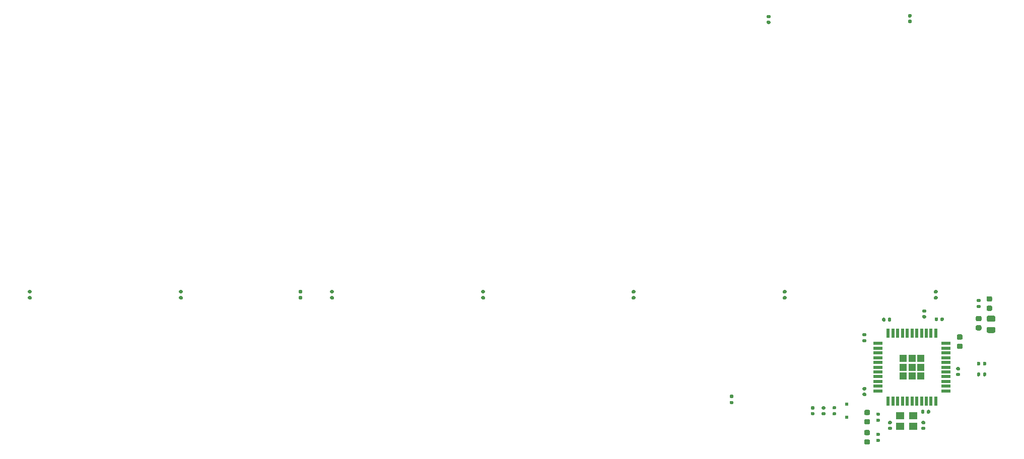
<source format=gbp>
G04 #@! TF.GenerationSoftware,KiCad,Pcbnew,(5.1.10)-1*
G04 #@! TF.CreationDate,2021-09-06T17:19:25-07:00*
G04 #@! TF.ProjectId,TBM930 - De-ice panel,54424d39-3330-4202-9d20-44652d696365,rev?*
G04 #@! TF.SameCoordinates,Original*
G04 #@! TF.FileFunction,Paste,Bot*
G04 #@! TF.FilePolarity,Positive*
%FSLAX46Y46*%
G04 Gerber Fmt 4.6, Leading zero omitted, Abs format (unit mm)*
G04 Created by KiCad (PCBNEW (5.1.10)-1) date 2021-09-06 17:19:25*
%MOMM*%
%LPD*%
G01*
G04 APERTURE LIST*
%ADD10R,0.500000X0.500000*%
%ADD11R,1.400000X1.200000*%
%ADD12R,1.500000X0.550000*%
%ADD13R,0.550000X1.500000*%
%ADD14R,1.160000X1.160000*%
G04 APERTURE END LIST*
D10*
X194470000Y-132377000D03*
X194470000Y-134577000D03*
D11*
X203456000Y-134349500D03*
X205656000Y-134349500D03*
X205656000Y-136049500D03*
X203456000Y-136049500D03*
G36*
G01*
X216420000Y-119070000D02*
X216920000Y-119070000D01*
G75*
G02*
X217145000Y-119295000I0J-225000D01*
G01*
X217145000Y-119745000D01*
G75*
G02*
X216920000Y-119970000I-225000J0D01*
G01*
X216420000Y-119970000D01*
G75*
G02*
X216195000Y-119745000I0J225000D01*
G01*
X216195000Y-119295000D01*
G75*
G02*
X216420000Y-119070000I225000J0D01*
G01*
G37*
G36*
G01*
X216420000Y-117520000D02*
X216920000Y-117520000D01*
G75*
G02*
X217145000Y-117745000I0J-225000D01*
G01*
X217145000Y-118195000D01*
G75*
G02*
X216920000Y-118420000I-225000J0D01*
G01*
X216420000Y-118420000D01*
G75*
G02*
X216195000Y-118195000I0J225000D01*
G01*
X216195000Y-117745000D01*
G75*
G02*
X216420000Y-117520000I225000J0D01*
G01*
G37*
G36*
G01*
X201600000Y-136145000D02*
X201940000Y-136145000D01*
G75*
G02*
X202080000Y-136285000I0J-140000D01*
G01*
X202080000Y-136565000D01*
G75*
G02*
X201940000Y-136705000I-140000J0D01*
G01*
X201600000Y-136705000D01*
G75*
G02*
X201460000Y-136565000I0J140000D01*
G01*
X201460000Y-136285000D01*
G75*
G02*
X201600000Y-136145000I140000J0D01*
G01*
G37*
G36*
G01*
X201600000Y-135185000D02*
X201940000Y-135185000D01*
G75*
G02*
X202080000Y-135325000I0J-140000D01*
G01*
X202080000Y-135605000D01*
G75*
G02*
X201940000Y-135745000I-140000J0D01*
G01*
X201600000Y-135745000D01*
G75*
G02*
X201460000Y-135605000I0J140000D01*
G01*
X201460000Y-135325000D01*
G75*
G02*
X201600000Y-135185000I140000J0D01*
G01*
G37*
G36*
G01*
X207540000Y-136705000D02*
X207200000Y-136705000D01*
G75*
G02*
X207060000Y-136565000I0J140000D01*
G01*
X207060000Y-136285000D01*
G75*
G02*
X207200000Y-136145000I140000J0D01*
G01*
X207540000Y-136145000D01*
G75*
G02*
X207680000Y-136285000I0J-140000D01*
G01*
X207680000Y-136565000D01*
G75*
G02*
X207540000Y-136705000I-140000J0D01*
G01*
G37*
G36*
G01*
X207540000Y-135745000D02*
X207200000Y-135745000D01*
G75*
G02*
X207060000Y-135605000I0J140000D01*
G01*
X207060000Y-135325000D01*
G75*
G02*
X207200000Y-135185000I140000J0D01*
G01*
X207540000Y-135185000D01*
G75*
G02*
X207680000Y-135325000I0J-140000D01*
G01*
X207680000Y-135605000D01*
G75*
G02*
X207540000Y-135745000I-140000J0D01*
G01*
G37*
G36*
G01*
X218282500Y-117485500D02*
X219232500Y-117485500D01*
G75*
G02*
X219482500Y-117735500I0J-250000D01*
G01*
X219482500Y-118235500D01*
G75*
G02*
X219232500Y-118485500I-250000J0D01*
G01*
X218282500Y-118485500D01*
G75*
G02*
X218032500Y-118235500I0J250000D01*
G01*
X218032500Y-117735500D01*
G75*
G02*
X218282500Y-117485500I250000J0D01*
G01*
G37*
G36*
G01*
X218282500Y-119385500D02*
X219232500Y-119385500D01*
G75*
G02*
X219482500Y-119635500I0J-250000D01*
G01*
X219482500Y-120135500D01*
G75*
G02*
X219232500Y-120385500I-250000J0D01*
G01*
X218282500Y-120385500D01*
G75*
G02*
X218032500Y-120135500I0J250000D01*
G01*
X218032500Y-119635500D01*
G75*
G02*
X218282500Y-119385500I250000J0D01*
G01*
G37*
G36*
G01*
X213745000Y-123070000D02*
X213245000Y-123070000D01*
G75*
G02*
X213020000Y-122845000I0J225000D01*
G01*
X213020000Y-122395000D01*
G75*
G02*
X213245000Y-122170000I225000J0D01*
G01*
X213745000Y-122170000D01*
G75*
G02*
X213970000Y-122395000I0J-225000D01*
G01*
X213970000Y-122845000D01*
G75*
G02*
X213745000Y-123070000I-225000J0D01*
G01*
G37*
G36*
G01*
X213745000Y-121520000D02*
X213245000Y-121520000D01*
G75*
G02*
X213020000Y-121295000I0J225000D01*
G01*
X213020000Y-120845000D01*
G75*
G02*
X213245000Y-120620000I225000J0D01*
G01*
X213745000Y-120620000D01*
G75*
G02*
X213970000Y-120845000I0J-225000D01*
G01*
X213970000Y-121295000D01*
G75*
G02*
X213745000Y-121520000I-225000J0D01*
G01*
G37*
D12*
X211170000Y-122145000D03*
X211170000Y-122945000D03*
X211170000Y-123745000D03*
X211170000Y-124545000D03*
X211170000Y-125345000D03*
X211170000Y-126145000D03*
X211170000Y-126945000D03*
X211170000Y-127745000D03*
X211170000Y-128545000D03*
X211170000Y-129345000D03*
X211170000Y-130145000D03*
D13*
X209470000Y-131845000D03*
X208670000Y-131845000D03*
X207870000Y-131845000D03*
X207070000Y-131845000D03*
X206270000Y-131845000D03*
X205470000Y-131845000D03*
X204670000Y-131845000D03*
X203870000Y-131845000D03*
X203070000Y-131845000D03*
X202270000Y-131845000D03*
X201470000Y-131845000D03*
D12*
X199770000Y-130145000D03*
X199770000Y-129345000D03*
X199770000Y-128545000D03*
X199770000Y-127745000D03*
X199770000Y-126945000D03*
X199770000Y-126145000D03*
X199770000Y-125345000D03*
X199770000Y-124545000D03*
X199770000Y-123745000D03*
X199770000Y-122945000D03*
X199770000Y-122145000D03*
D13*
X201470000Y-120445000D03*
X202270000Y-120445000D03*
X203070000Y-120445000D03*
X203870000Y-120445000D03*
X204670000Y-120445000D03*
X205470000Y-120445000D03*
X206270000Y-120445000D03*
X207070000Y-120445000D03*
X207870000Y-120445000D03*
X208670000Y-120445000D03*
X209470000Y-120445000D03*
D14*
X205470000Y-126145000D03*
X203970000Y-126145000D03*
X205470000Y-127645000D03*
X203970000Y-127645000D03*
X206970000Y-126145000D03*
X205470000Y-124645000D03*
X206970000Y-124645000D03*
X203970000Y-124645000D03*
X206970000Y-127645000D03*
G36*
G01*
X201420000Y-118315000D02*
X201420000Y-117975000D01*
G75*
G02*
X201560000Y-117835000I140000J0D01*
G01*
X201840000Y-117835000D01*
G75*
G02*
X201980000Y-117975000I0J-140000D01*
G01*
X201980000Y-118315000D01*
G75*
G02*
X201840000Y-118455000I-140000J0D01*
G01*
X201560000Y-118455000D01*
G75*
G02*
X201420000Y-118315000I0J140000D01*
G01*
G37*
G36*
G01*
X200460000Y-118315000D02*
X200460000Y-117975000D01*
G75*
G02*
X200600000Y-117835000I140000J0D01*
G01*
X200880000Y-117835000D01*
G75*
G02*
X201020000Y-117975000I0J-140000D01*
G01*
X201020000Y-118315000D01*
G75*
G02*
X200880000Y-118455000I-140000J0D01*
G01*
X200600000Y-118455000D01*
G75*
G02*
X200460000Y-118315000I0J140000D01*
G01*
G37*
G36*
G01*
X208530000Y-133475000D02*
X208530000Y-133815000D01*
G75*
G02*
X208390000Y-133955000I-140000J0D01*
G01*
X208110000Y-133955000D01*
G75*
G02*
X207970000Y-133815000I0J140000D01*
G01*
X207970000Y-133475000D01*
G75*
G02*
X208110000Y-133335000I140000J0D01*
G01*
X208390000Y-133335000D01*
G75*
G02*
X208530000Y-133475000I0J-140000D01*
G01*
G37*
G36*
G01*
X207570000Y-133475000D02*
X207570000Y-133815000D01*
G75*
G02*
X207430000Y-133955000I-140000J0D01*
G01*
X207150000Y-133955000D01*
G75*
G02*
X207010000Y-133815000I0J140000D01*
G01*
X207010000Y-133475000D01*
G75*
G02*
X207150000Y-133335000I140000J0D01*
G01*
X207430000Y-133335000D01*
G75*
G02*
X207570000Y-133475000I0J-140000D01*
G01*
G37*
G36*
G01*
X209846000Y-117901000D02*
X209846000Y-118241000D01*
G75*
G02*
X209706000Y-118381000I-140000J0D01*
G01*
X209426000Y-118381000D01*
G75*
G02*
X209286000Y-118241000I0J140000D01*
G01*
X209286000Y-117901000D01*
G75*
G02*
X209426000Y-117761000I140000J0D01*
G01*
X209706000Y-117761000D01*
G75*
G02*
X209846000Y-117901000I0J-140000D01*
G01*
G37*
G36*
G01*
X210806000Y-117901000D02*
X210806000Y-118241000D01*
G75*
G02*
X210666000Y-118381000I-140000J0D01*
G01*
X210386000Y-118381000D01*
G75*
G02*
X210246000Y-118241000I0J140000D01*
G01*
X210246000Y-117901000D01*
G75*
G02*
X210386000Y-117761000I140000J0D01*
G01*
X210666000Y-117761000D01*
G75*
G02*
X210806000Y-117901000I0J-140000D01*
G01*
G37*
G36*
G01*
X197300000Y-129479500D02*
X197640000Y-129479500D01*
G75*
G02*
X197780000Y-129619500I0J-140000D01*
G01*
X197780000Y-129899500D01*
G75*
G02*
X197640000Y-130039500I-140000J0D01*
G01*
X197300000Y-130039500D01*
G75*
G02*
X197160000Y-129899500I0J140000D01*
G01*
X197160000Y-129619500D01*
G75*
G02*
X197300000Y-129479500I140000J0D01*
G01*
G37*
G36*
G01*
X197300000Y-130439500D02*
X197640000Y-130439500D01*
G75*
G02*
X197780000Y-130579500I0J-140000D01*
G01*
X197780000Y-130859500D01*
G75*
G02*
X197640000Y-130999500I-140000J0D01*
G01*
X197300000Y-130999500D01*
G75*
G02*
X197160000Y-130859500I0J140000D01*
G01*
X197160000Y-130579500D01*
G75*
G02*
X197300000Y-130439500I140000J0D01*
G01*
G37*
G36*
G01*
X207701000Y-117934500D02*
X207361000Y-117934500D01*
G75*
G02*
X207221000Y-117794500I0J140000D01*
G01*
X207221000Y-117514500D01*
G75*
G02*
X207361000Y-117374500I140000J0D01*
G01*
X207701000Y-117374500D01*
G75*
G02*
X207841000Y-117514500I0J-140000D01*
G01*
X207841000Y-117794500D01*
G75*
G02*
X207701000Y-117934500I-140000J0D01*
G01*
G37*
G36*
G01*
X207701000Y-116974500D02*
X207361000Y-116974500D01*
G75*
G02*
X207221000Y-116834500I0J140000D01*
G01*
X207221000Y-116554500D01*
G75*
G02*
X207361000Y-116414500I140000J0D01*
G01*
X207701000Y-116414500D01*
G75*
G02*
X207841000Y-116554500I0J-140000D01*
G01*
X207841000Y-116834500D01*
G75*
G02*
X207701000Y-116974500I-140000J0D01*
G01*
G37*
G36*
G01*
X213050000Y-127095000D02*
X213390000Y-127095000D01*
G75*
G02*
X213530000Y-127235000I0J-140000D01*
G01*
X213530000Y-127515000D01*
G75*
G02*
X213390000Y-127655000I-140000J0D01*
G01*
X213050000Y-127655000D01*
G75*
G02*
X212910000Y-127515000I0J140000D01*
G01*
X212910000Y-127235000D01*
G75*
G02*
X213050000Y-127095000I140000J0D01*
G01*
G37*
G36*
G01*
X213050000Y-126135000D02*
X213390000Y-126135000D01*
G75*
G02*
X213530000Y-126275000I0J-140000D01*
G01*
X213530000Y-126555000D01*
G75*
G02*
X213390000Y-126695000I-140000J0D01*
G01*
X213050000Y-126695000D01*
G75*
G02*
X212910000Y-126555000I0J140000D01*
G01*
X212910000Y-126275000D01*
G75*
G02*
X213050000Y-126135000I140000J0D01*
G01*
G37*
G36*
G01*
X205276000Y-68257500D02*
X204936000Y-68257500D01*
G75*
G02*
X204796000Y-68117500I0J140000D01*
G01*
X204796000Y-67837500D01*
G75*
G02*
X204936000Y-67697500I140000J0D01*
G01*
X205276000Y-67697500D01*
G75*
G02*
X205416000Y-67837500I0J-140000D01*
G01*
X205416000Y-68117500D01*
G75*
G02*
X205276000Y-68257500I-140000J0D01*
G01*
G37*
G36*
G01*
X205276000Y-67297500D02*
X204936000Y-67297500D01*
G75*
G02*
X204796000Y-67157500I0J140000D01*
G01*
X204796000Y-66877500D01*
G75*
G02*
X204936000Y-66737500I140000J0D01*
G01*
X205276000Y-66737500D01*
G75*
G02*
X205416000Y-66877500I0J-140000D01*
G01*
X205416000Y-67157500D01*
G75*
G02*
X205276000Y-67297500I-140000J0D01*
G01*
G37*
G36*
G01*
X181540000Y-67445000D02*
X181200000Y-67445000D01*
G75*
G02*
X181060000Y-67305000I0J140000D01*
G01*
X181060000Y-67025000D01*
G75*
G02*
X181200000Y-66885000I140000J0D01*
G01*
X181540000Y-66885000D01*
G75*
G02*
X181680000Y-67025000I0J-140000D01*
G01*
X181680000Y-67305000D01*
G75*
G02*
X181540000Y-67445000I-140000J0D01*
G01*
G37*
G36*
G01*
X181540000Y-68405000D02*
X181200000Y-68405000D01*
G75*
G02*
X181060000Y-68265000I0J140000D01*
G01*
X181060000Y-67985000D01*
G75*
G02*
X181200000Y-67845000I140000J0D01*
G01*
X181540000Y-67845000D01*
G75*
G02*
X181680000Y-67985000I0J-140000D01*
G01*
X181680000Y-68265000D01*
G75*
G02*
X181540000Y-68405000I-140000J0D01*
G01*
G37*
G36*
G01*
X190420500Y-132717000D02*
X190760500Y-132717000D01*
G75*
G02*
X190900500Y-132857000I0J-140000D01*
G01*
X190900500Y-133137000D01*
G75*
G02*
X190760500Y-133277000I-140000J0D01*
G01*
X190420500Y-133277000D01*
G75*
G02*
X190280500Y-133137000I0J140000D01*
G01*
X190280500Y-132857000D01*
G75*
G02*
X190420500Y-132717000I140000J0D01*
G01*
G37*
G36*
G01*
X190420500Y-133677000D02*
X190760500Y-133677000D01*
G75*
G02*
X190900500Y-133817000I0J-140000D01*
G01*
X190900500Y-134097000D01*
G75*
G02*
X190760500Y-134237000I-140000J0D01*
G01*
X190420500Y-134237000D01*
G75*
G02*
X190280500Y-134097000I0J140000D01*
G01*
X190280500Y-133817000D01*
G75*
G02*
X190420500Y-133677000I140000J0D01*
G01*
G37*
G36*
G01*
X188600000Y-133677000D02*
X188940000Y-133677000D01*
G75*
G02*
X189080000Y-133817000I0J-140000D01*
G01*
X189080000Y-134097000D01*
G75*
G02*
X188940000Y-134237000I-140000J0D01*
G01*
X188600000Y-134237000D01*
G75*
G02*
X188460000Y-134097000I0J140000D01*
G01*
X188460000Y-133817000D01*
G75*
G02*
X188600000Y-133677000I140000J0D01*
G01*
G37*
G36*
G01*
X188600000Y-132717000D02*
X188940000Y-132717000D01*
G75*
G02*
X189080000Y-132857000I0J-140000D01*
G01*
X189080000Y-133137000D01*
G75*
G02*
X188940000Y-133277000I-140000J0D01*
G01*
X188600000Y-133277000D01*
G75*
G02*
X188460000Y-133137000I0J140000D01*
G01*
X188460000Y-132857000D01*
G75*
G02*
X188600000Y-132717000I140000J0D01*
G01*
G37*
G36*
G01*
X199585000Y-138185000D02*
X199955000Y-138185000D01*
G75*
G02*
X200090000Y-138320000I0J-135000D01*
G01*
X200090000Y-138590000D01*
G75*
G02*
X199955000Y-138725000I-135000J0D01*
G01*
X199585000Y-138725000D01*
G75*
G02*
X199450000Y-138590000I0J135000D01*
G01*
X199450000Y-138320000D01*
G75*
G02*
X199585000Y-138185000I135000J0D01*
G01*
G37*
G36*
G01*
X199585000Y-137165000D02*
X199955000Y-137165000D01*
G75*
G02*
X200090000Y-137300000I0J-135000D01*
G01*
X200090000Y-137570000D01*
G75*
G02*
X199955000Y-137705000I-135000J0D01*
G01*
X199585000Y-137705000D01*
G75*
G02*
X199450000Y-137570000I0J135000D01*
G01*
X199450000Y-137300000D01*
G75*
G02*
X199585000Y-137165000I135000J0D01*
G01*
G37*
G36*
G01*
X199955000Y-135336500D02*
X199585000Y-135336500D01*
G75*
G02*
X199450000Y-135201500I0J135000D01*
G01*
X199450000Y-134931500D01*
G75*
G02*
X199585000Y-134796500I135000J0D01*
G01*
X199955000Y-134796500D01*
G75*
G02*
X200090000Y-134931500I0J-135000D01*
G01*
X200090000Y-135201500D01*
G75*
G02*
X199955000Y-135336500I-135000J0D01*
G01*
G37*
G36*
G01*
X199955000Y-134316500D02*
X199585000Y-134316500D01*
G75*
G02*
X199450000Y-134181500I0J135000D01*
G01*
X199450000Y-133911500D01*
G75*
G02*
X199585000Y-133776500I135000J0D01*
G01*
X199955000Y-133776500D01*
G75*
G02*
X200090000Y-133911500I0J-135000D01*
G01*
X200090000Y-134181500D01*
G75*
G02*
X199955000Y-134316500I-135000J0D01*
G01*
G37*
G36*
G01*
X216855000Y-115201500D02*
X216485000Y-115201500D01*
G75*
G02*
X216350000Y-115066500I0J135000D01*
G01*
X216350000Y-114796500D01*
G75*
G02*
X216485000Y-114661500I135000J0D01*
G01*
X216855000Y-114661500D01*
G75*
G02*
X216990000Y-114796500I0J-135000D01*
G01*
X216990000Y-115066500D01*
G75*
G02*
X216855000Y-115201500I-135000J0D01*
G01*
G37*
G36*
G01*
X216855000Y-116221500D02*
X216485000Y-116221500D01*
G75*
G02*
X216350000Y-116086500I0J135000D01*
G01*
X216350000Y-115816500D01*
G75*
G02*
X216485000Y-115681500I135000J0D01*
G01*
X216855000Y-115681500D01*
G75*
G02*
X216990000Y-115816500I0J-135000D01*
G01*
X216990000Y-116086500D01*
G75*
G02*
X216855000Y-116221500I-135000J0D01*
G01*
G37*
G36*
G01*
X216930000Y-127160000D02*
X216930000Y-127530000D01*
G75*
G02*
X216795000Y-127665000I-135000J0D01*
G01*
X216525000Y-127665000D01*
G75*
G02*
X216390000Y-127530000I0J135000D01*
G01*
X216390000Y-127160000D01*
G75*
G02*
X216525000Y-127025000I135000J0D01*
G01*
X216795000Y-127025000D01*
G75*
G02*
X216930000Y-127160000I0J-135000D01*
G01*
G37*
G36*
G01*
X217950000Y-127160000D02*
X217950000Y-127530000D01*
G75*
G02*
X217815000Y-127665000I-135000J0D01*
G01*
X217545000Y-127665000D01*
G75*
G02*
X217410000Y-127530000I0J135000D01*
G01*
X217410000Y-127160000D01*
G75*
G02*
X217545000Y-127025000I135000J0D01*
G01*
X217815000Y-127025000D01*
G75*
G02*
X217950000Y-127160000I0J-135000D01*
G01*
G37*
G36*
G01*
X217950000Y-125360000D02*
X217950000Y-125730000D01*
G75*
G02*
X217815000Y-125865000I-135000J0D01*
G01*
X217545000Y-125865000D01*
G75*
G02*
X217410000Y-125730000I0J135000D01*
G01*
X217410000Y-125360000D01*
G75*
G02*
X217545000Y-125225000I135000J0D01*
G01*
X217815000Y-125225000D01*
G75*
G02*
X217950000Y-125360000I0J-135000D01*
G01*
G37*
G36*
G01*
X216930000Y-125360000D02*
X216930000Y-125730000D01*
G75*
G02*
X216795000Y-125865000I-135000J0D01*
G01*
X216525000Y-125865000D01*
G75*
G02*
X216390000Y-125730000I0J135000D01*
G01*
X216390000Y-125360000D01*
G75*
G02*
X216525000Y-125225000I135000J0D01*
G01*
X216795000Y-125225000D01*
G75*
G02*
X216930000Y-125360000I0J-135000D01*
G01*
G37*
G36*
G01*
X175318000Y-132352000D02*
X174948000Y-132352000D01*
G75*
G02*
X174813000Y-132217000I0J135000D01*
G01*
X174813000Y-131947000D01*
G75*
G02*
X174948000Y-131812000I135000J0D01*
G01*
X175318000Y-131812000D01*
G75*
G02*
X175453000Y-131947000I0J-135000D01*
G01*
X175453000Y-132217000D01*
G75*
G02*
X175318000Y-132352000I-135000J0D01*
G01*
G37*
G36*
G01*
X175318000Y-131332000D02*
X174948000Y-131332000D01*
G75*
G02*
X174813000Y-131197000I0J135000D01*
G01*
X174813000Y-130927000D01*
G75*
G02*
X174948000Y-130792000I135000J0D01*
G01*
X175318000Y-130792000D01*
G75*
G02*
X175453000Y-130927000I0J-135000D01*
G01*
X175453000Y-131197000D01*
G75*
G02*
X175318000Y-131332000I-135000J0D01*
G01*
G37*
G36*
G01*
X192220000Y-133717000D02*
X192590000Y-133717000D01*
G75*
G02*
X192725000Y-133852000I0J-135000D01*
G01*
X192725000Y-134122000D01*
G75*
G02*
X192590000Y-134257000I-135000J0D01*
G01*
X192220000Y-134257000D01*
G75*
G02*
X192085000Y-134122000I0J135000D01*
G01*
X192085000Y-133852000D01*
G75*
G02*
X192220000Y-133717000I135000J0D01*
G01*
G37*
G36*
G01*
X192220000Y-132697000D02*
X192590000Y-132697000D01*
G75*
G02*
X192725000Y-132832000I0J-135000D01*
G01*
X192725000Y-133102000D01*
G75*
G02*
X192590000Y-133237000I-135000J0D01*
G01*
X192220000Y-133237000D01*
G75*
G02*
X192085000Y-133102000I0J135000D01*
G01*
X192085000Y-132832000D01*
G75*
G02*
X192220000Y-132697000I135000J0D01*
G01*
G37*
G36*
G01*
X197655000Y-121975000D02*
X197285000Y-121975000D01*
G75*
G02*
X197150000Y-121840000I0J135000D01*
G01*
X197150000Y-121570000D01*
G75*
G02*
X197285000Y-121435000I135000J0D01*
G01*
X197655000Y-121435000D01*
G75*
G02*
X197790000Y-121570000I0J-135000D01*
G01*
X197790000Y-121840000D01*
G75*
G02*
X197655000Y-121975000I-135000J0D01*
G01*
G37*
G36*
G01*
X197655000Y-120955000D02*
X197285000Y-120955000D01*
G75*
G02*
X197150000Y-120820000I0J135000D01*
G01*
X197150000Y-120550000D01*
G75*
G02*
X197285000Y-120415000I135000J0D01*
G01*
X197655000Y-120415000D01*
G75*
G02*
X197790000Y-120550000I0J-135000D01*
G01*
X197790000Y-120820000D01*
G75*
G02*
X197655000Y-120955000I-135000J0D01*
G01*
G37*
G36*
G01*
X56985000Y-114195000D02*
X57355000Y-114195000D01*
G75*
G02*
X57490000Y-114330000I0J-135000D01*
G01*
X57490000Y-114600000D01*
G75*
G02*
X57355000Y-114735000I-135000J0D01*
G01*
X56985000Y-114735000D01*
G75*
G02*
X56850000Y-114600000I0J135000D01*
G01*
X56850000Y-114330000D01*
G75*
G02*
X56985000Y-114195000I135000J0D01*
G01*
G37*
G36*
G01*
X56985000Y-113175000D02*
X57355000Y-113175000D01*
G75*
G02*
X57490000Y-113310000I0J-135000D01*
G01*
X57490000Y-113580000D01*
G75*
G02*
X57355000Y-113715000I-135000J0D01*
G01*
X56985000Y-113715000D01*
G75*
G02*
X56850000Y-113580000I0J135000D01*
G01*
X56850000Y-113310000D01*
G75*
G02*
X56985000Y-113175000I135000J0D01*
G01*
G37*
G36*
G01*
X82385000Y-113175000D02*
X82755000Y-113175000D01*
G75*
G02*
X82890000Y-113310000I0J-135000D01*
G01*
X82890000Y-113580000D01*
G75*
G02*
X82755000Y-113715000I-135000J0D01*
G01*
X82385000Y-113715000D01*
G75*
G02*
X82250000Y-113580000I0J135000D01*
G01*
X82250000Y-113310000D01*
G75*
G02*
X82385000Y-113175000I135000J0D01*
G01*
G37*
G36*
G01*
X82385000Y-114195000D02*
X82755000Y-114195000D01*
G75*
G02*
X82890000Y-114330000I0J-135000D01*
G01*
X82890000Y-114600000D01*
G75*
G02*
X82755000Y-114735000I-135000J0D01*
G01*
X82385000Y-114735000D01*
G75*
G02*
X82250000Y-114600000I0J135000D01*
G01*
X82250000Y-114330000D01*
G75*
G02*
X82385000Y-114195000I135000J0D01*
G01*
G37*
G36*
G01*
X107785000Y-113175000D02*
X108155000Y-113175000D01*
G75*
G02*
X108290000Y-113310000I0J-135000D01*
G01*
X108290000Y-113580000D01*
G75*
G02*
X108155000Y-113715000I-135000J0D01*
G01*
X107785000Y-113715000D01*
G75*
G02*
X107650000Y-113580000I0J135000D01*
G01*
X107650000Y-113310000D01*
G75*
G02*
X107785000Y-113175000I135000J0D01*
G01*
G37*
G36*
G01*
X107785000Y-114195000D02*
X108155000Y-114195000D01*
G75*
G02*
X108290000Y-114330000I0J-135000D01*
G01*
X108290000Y-114600000D01*
G75*
G02*
X108155000Y-114735000I-135000J0D01*
G01*
X107785000Y-114735000D01*
G75*
G02*
X107650000Y-114600000I0J135000D01*
G01*
X107650000Y-114330000D01*
G75*
G02*
X107785000Y-114195000I135000J0D01*
G01*
G37*
G36*
G01*
X133185000Y-114195000D02*
X133555000Y-114195000D01*
G75*
G02*
X133690000Y-114330000I0J-135000D01*
G01*
X133690000Y-114600000D01*
G75*
G02*
X133555000Y-114735000I-135000J0D01*
G01*
X133185000Y-114735000D01*
G75*
G02*
X133050000Y-114600000I0J135000D01*
G01*
X133050000Y-114330000D01*
G75*
G02*
X133185000Y-114195000I135000J0D01*
G01*
G37*
G36*
G01*
X133185000Y-113175000D02*
X133555000Y-113175000D01*
G75*
G02*
X133690000Y-113310000I0J-135000D01*
G01*
X133690000Y-113580000D01*
G75*
G02*
X133555000Y-113715000I-135000J0D01*
G01*
X133185000Y-113715000D01*
G75*
G02*
X133050000Y-113580000I0J135000D01*
G01*
X133050000Y-113310000D01*
G75*
G02*
X133185000Y-113175000I135000J0D01*
G01*
G37*
G36*
G01*
X158485000Y-113175000D02*
X158855000Y-113175000D01*
G75*
G02*
X158990000Y-113310000I0J-135000D01*
G01*
X158990000Y-113580000D01*
G75*
G02*
X158855000Y-113715000I-135000J0D01*
G01*
X158485000Y-113715000D01*
G75*
G02*
X158350000Y-113580000I0J135000D01*
G01*
X158350000Y-113310000D01*
G75*
G02*
X158485000Y-113175000I135000J0D01*
G01*
G37*
G36*
G01*
X158485000Y-114195000D02*
X158855000Y-114195000D01*
G75*
G02*
X158990000Y-114330000I0J-135000D01*
G01*
X158990000Y-114600000D01*
G75*
G02*
X158855000Y-114735000I-135000J0D01*
G01*
X158485000Y-114735000D01*
G75*
G02*
X158350000Y-114600000I0J135000D01*
G01*
X158350000Y-114330000D01*
G75*
G02*
X158485000Y-114195000I135000J0D01*
G01*
G37*
G36*
G01*
X183885000Y-114195000D02*
X184255000Y-114195000D01*
G75*
G02*
X184390000Y-114330000I0J-135000D01*
G01*
X184390000Y-114600000D01*
G75*
G02*
X184255000Y-114735000I-135000J0D01*
G01*
X183885000Y-114735000D01*
G75*
G02*
X183750000Y-114600000I0J135000D01*
G01*
X183750000Y-114330000D01*
G75*
G02*
X183885000Y-114195000I135000J0D01*
G01*
G37*
G36*
G01*
X183885000Y-113175000D02*
X184255000Y-113175000D01*
G75*
G02*
X184390000Y-113310000I0J-135000D01*
G01*
X184390000Y-113580000D01*
G75*
G02*
X184255000Y-113715000I-135000J0D01*
G01*
X183885000Y-113715000D01*
G75*
G02*
X183750000Y-113580000I0J135000D01*
G01*
X183750000Y-113310000D01*
G75*
G02*
X183885000Y-113175000I135000J0D01*
G01*
G37*
G36*
G01*
X209285000Y-113175000D02*
X209655000Y-113175000D01*
G75*
G02*
X209790000Y-113310000I0J-135000D01*
G01*
X209790000Y-113580000D01*
G75*
G02*
X209655000Y-113715000I-135000J0D01*
G01*
X209285000Y-113715000D01*
G75*
G02*
X209150000Y-113580000I0J135000D01*
G01*
X209150000Y-113310000D01*
G75*
G02*
X209285000Y-113175000I135000J0D01*
G01*
G37*
G36*
G01*
X209285000Y-114195000D02*
X209655000Y-114195000D01*
G75*
G02*
X209790000Y-114330000I0J-135000D01*
G01*
X209790000Y-114600000D01*
G75*
G02*
X209655000Y-114735000I-135000J0D01*
G01*
X209285000Y-114735000D01*
G75*
G02*
X209150000Y-114600000I0J135000D01*
G01*
X209150000Y-114330000D01*
G75*
G02*
X209285000Y-114195000I135000J0D01*
G01*
G37*
G36*
G01*
X102485000Y-113175000D02*
X102855000Y-113175000D01*
G75*
G02*
X102990000Y-113310000I0J-135000D01*
G01*
X102990000Y-113580000D01*
G75*
G02*
X102855000Y-113715000I-135000J0D01*
G01*
X102485000Y-113715000D01*
G75*
G02*
X102350000Y-113580000I0J135000D01*
G01*
X102350000Y-113310000D01*
G75*
G02*
X102485000Y-113175000I135000J0D01*
G01*
G37*
G36*
G01*
X102485000Y-114195000D02*
X102855000Y-114195000D01*
G75*
G02*
X102990000Y-114330000I0J-135000D01*
G01*
X102990000Y-114600000D01*
G75*
G02*
X102855000Y-114735000I-135000J0D01*
G01*
X102485000Y-114735000D01*
G75*
G02*
X102350000Y-114600000I0J135000D01*
G01*
X102350000Y-114330000D01*
G75*
G02*
X102485000Y-114195000I135000J0D01*
G01*
G37*
G36*
G01*
X197663750Y-136720000D02*
X198176250Y-136720000D01*
G75*
G02*
X198395000Y-136938750I0J-218750D01*
G01*
X198395000Y-137376250D01*
G75*
G02*
X198176250Y-137595000I-218750J0D01*
G01*
X197663750Y-137595000D01*
G75*
G02*
X197445000Y-137376250I0J218750D01*
G01*
X197445000Y-136938750D01*
G75*
G02*
X197663750Y-136720000I218750J0D01*
G01*
G37*
G36*
G01*
X197663750Y-138295000D02*
X198176250Y-138295000D01*
G75*
G02*
X198395000Y-138513750I0J-218750D01*
G01*
X198395000Y-138951250D01*
G75*
G02*
X198176250Y-139170000I-218750J0D01*
G01*
X197663750Y-139170000D01*
G75*
G02*
X197445000Y-138951250I0J218750D01*
G01*
X197445000Y-138513750D01*
G75*
G02*
X197663750Y-138295000I218750J0D01*
G01*
G37*
G36*
G01*
X197673250Y-134906500D02*
X198185750Y-134906500D01*
G75*
G02*
X198404500Y-135125250I0J-218750D01*
G01*
X198404500Y-135562750D01*
G75*
G02*
X198185750Y-135781500I-218750J0D01*
G01*
X197673250Y-135781500D01*
G75*
G02*
X197454500Y-135562750I0J218750D01*
G01*
X197454500Y-135125250D01*
G75*
G02*
X197673250Y-134906500I218750J0D01*
G01*
G37*
G36*
G01*
X197673250Y-133331500D02*
X198185750Y-133331500D01*
G75*
G02*
X198404500Y-133550250I0J-218750D01*
G01*
X198404500Y-133987750D01*
G75*
G02*
X198185750Y-134206500I-218750J0D01*
G01*
X197673250Y-134206500D01*
G75*
G02*
X197454500Y-133987750I0J218750D01*
G01*
X197454500Y-133550250D01*
G75*
G02*
X197673250Y-133331500I218750J0D01*
G01*
G37*
G36*
G01*
X218213750Y-114220000D02*
X218726250Y-114220000D01*
G75*
G02*
X218945000Y-114438750I0J-218750D01*
G01*
X218945000Y-114876250D01*
G75*
G02*
X218726250Y-115095000I-218750J0D01*
G01*
X218213750Y-115095000D01*
G75*
G02*
X217995000Y-114876250I0J218750D01*
G01*
X217995000Y-114438750D01*
G75*
G02*
X218213750Y-114220000I218750J0D01*
G01*
G37*
G36*
G01*
X218213750Y-115795000D02*
X218726250Y-115795000D01*
G75*
G02*
X218945000Y-116013750I0J-218750D01*
G01*
X218945000Y-116451250D01*
G75*
G02*
X218726250Y-116670000I-218750J0D01*
G01*
X218213750Y-116670000D01*
G75*
G02*
X217995000Y-116451250I0J218750D01*
G01*
X217995000Y-116013750D01*
G75*
G02*
X218213750Y-115795000I218750J0D01*
G01*
G37*
M02*

</source>
